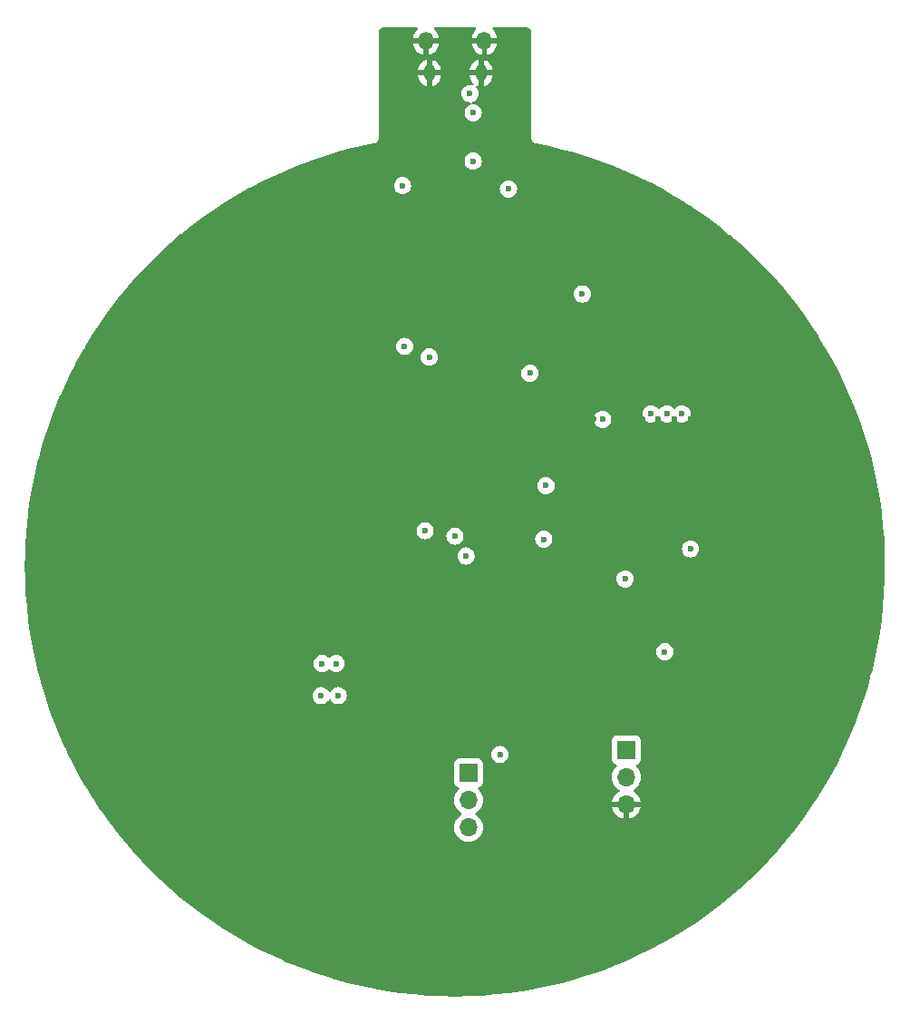
<source format=gbr>
%TF.GenerationSoftware,KiCad,Pcbnew,8.0.6*%
%TF.CreationDate,2024-11-25T23:57:44-05:00*%
%TF.ProjectId,Christmas Ornament 2024,43687269-7374-46d6-9173-204f726e616d,rev?*%
%TF.SameCoordinates,Original*%
%TF.FileFunction,Copper,L2,Inr*%
%TF.FilePolarity,Positive*%
%FSLAX46Y46*%
G04 Gerber Fmt 4.6, Leading zero omitted, Abs format (unit mm)*
G04 Created by KiCad (PCBNEW 8.0.6) date 2024-11-25 23:57:44*
%MOMM*%
%LPD*%
G01*
G04 APERTURE LIST*
%TA.AperFunction,ComponentPad*%
%ADD10R,1.700000X1.700000*%
%TD*%
%TA.AperFunction,ComponentPad*%
%ADD11O,1.700000X1.700000*%
%TD*%
%TA.AperFunction,ComponentPad*%
%ADD12O,1.350000X1.700000*%
%TD*%
%TA.AperFunction,ComponentPad*%
%ADD13O,1.100000X1.500000*%
%TD*%
%TA.AperFunction,ViaPad*%
%ADD14C,0.600000*%
%TD*%
G04 APERTURE END LIST*
D10*
%TO.N,+5C*%
%TO.C,J4*%
X128270000Y-120904000D03*
D11*
%TO.N,+5ish*%
X128270000Y-123444000D03*
%TO.N,+5V*%
X128270000Y-125984000D03*
%TD*%
D10*
%TO.N,+BATT*%
%TO.C,J5*%
X143020000Y-118760000D03*
D11*
%TO.N,unconnected-(J5-Pin_2-Pad2)*%
X143020000Y-121300000D03*
%TO.N,GND*%
X143020000Y-123840000D03*
%TD*%
D12*
%TO.N,GND*%
%TO.C,J1*%
X129755000Y-52560000D03*
D13*
X129444999Y-55559999D03*
X124605000Y-55560000D03*
D12*
X124295000Y-52560000D03*
%TD*%
D14*
%TO.N,+3V3*%
X114500000Y-113700000D03*
X134000000Y-83600000D03*
X116100000Y-113700000D03*
X146600000Y-109600000D03*
X122300000Y-81100000D03*
X124206000Y-98298000D03*
X140800000Y-87900000D03*
X146800000Y-87400000D03*
X138900000Y-76200000D03*
X128700000Y-59300000D03*
X114600000Y-110700000D03*
X148200000Y-87400000D03*
X145300000Y-87400000D03*
X115900000Y-110700000D03*
X128700000Y-63800000D03*
X128036549Y-100663451D03*
X149000000Y-100000000D03*
X135500000Y-94100000D03*
X135300000Y-99100000D03*
%TO.N,GND*%
X124300000Y-67100000D03*
X116300000Y-134500000D03*
X140562500Y-97667500D03*
X136000000Y-108200000D03*
X143000000Y-132000000D03*
X149000000Y-87900000D03*
X92100000Y-104200000D03*
X129000000Y-99025000D03*
X129700000Y-134800000D03*
X132300000Y-94600000D03*
X130700000Y-103500000D03*
X150200000Y-98982500D03*
X129186403Y-97825000D03*
X143300000Y-80500000D03*
X124300000Y-102800000D03*
X104600000Y-128100000D03*
X138500000Y-87900000D03*
X120396000Y-115062000D03*
X132000000Y-99100000D03*
X139562500Y-98700000D03*
X95600000Y-117500000D03*
X140000000Y-87900000D03*
X135100000Y-85700000D03*
X125200000Y-100300000D03*
X136000000Y-79500000D03*
X125300000Y-59300000D03*
X151300000Y-95500000D03*
X147500000Y-87900000D03*
X144500000Y-108100000D03*
X139300000Y-102600000D03*
X104000000Y-130800000D03*
X146000000Y-108100000D03*
X159400000Y-112200000D03*
X111900000Y-71200000D03*
X125300000Y-63900000D03*
X149500000Y-75000000D03*
X144500000Y-87900000D03*
X137600000Y-67800000D03*
X93500000Y-90700000D03*
X123200000Y-98300000D03*
X122200000Y-91800000D03*
X100500000Y-79200000D03*
X161100000Y-98600000D03*
X157300000Y-85700000D03*
X146000000Y-87900000D03*
X153500000Y-124000000D03*
X110236000Y-115062000D03*
X113030000Y-116332000D03*
X137000000Y-87900000D03*
X126700000Y-88800000D03*
X145900000Y-134900000D03*
X148450000Y-116550000D03*
%TO.N,+BATT*%
X131200000Y-119200000D03*
%TO.N,+5V*%
X128400000Y-57500000D03*
%TO.N,Net-(JP1-B)*%
X127000000Y-98806000D03*
%TO.N,QSPI SS*%
X122100000Y-66100000D03*
X124600000Y-82100000D03*
%TO.N,Net-(SW1-A)*%
X142900000Y-102800000D03*
X132000000Y-66400000D03*
%TD*%
%TA.AperFunction,Conductor*%
%TO.N,GND*%
G36*
X123485476Y-51320185D02*
G01*
X123531231Y-51372989D01*
X123541175Y-51442147D01*
X123512150Y-51505703D01*
X123506118Y-51512181D01*
X123398758Y-51619540D01*
X123398754Y-51619545D01*
X123290052Y-51769162D01*
X123206084Y-51933956D01*
X123206083Y-51933959D01*
X123148933Y-52109852D01*
X123120000Y-52292526D01*
X123120000Y-52310000D01*
X123945000Y-52310000D01*
X123945000Y-52810000D01*
X123120000Y-52810000D01*
X123120000Y-52827473D01*
X123148933Y-53010147D01*
X123206083Y-53186040D01*
X123206084Y-53186043D01*
X123290052Y-53350837D01*
X123398754Y-53500454D01*
X123398758Y-53500459D01*
X123529540Y-53631241D01*
X123529545Y-53631245D01*
X123679162Y-53739947D01*
X123843956Y-53823915D01*
X123843959Y-53823916D01*
X124019845Y-53881064D01*
X124019858Y-53881067D01*
X124045000Y-53885049D01*
X124045000Y-53054975D01*
X124080095Y-53090070D01*
X124159905Y-53136148D01*
X124248922Y-53160000D01*
X124341078Y-53160000D01*
X124430095Y-53136148D01*
X124509905Y-53090070D01*
X124545000Y-53054975D01*
X124545000Y-53885048D01*
X124570141Y-53881067D01*
X124570154Y-53881064D01*
X124746040Y-53823916D01*
X124746043Y-53823915D01*
X124910837Y-53739947D01*
X125060454Y-53631245D01*
X125060459Y-53631241D01*
X125191241Y-53500459D01*
X125191245Y-53500454D01*
X125299947Y-53350837D01*
X125383915Y-53186043D01*
X125383916Y-53186040D01*
X125441066Y-53010147D01*
X125470000Y-52827473D01*
X125470000Y-52810000D01*
X124645000Y-52810000D01*
X124645000Y-52310000D01*
X125470000Y-52310000D01*
X125470000Y-52292526D01*
X125441066Y-52109852D01*
X125383916Y-51933959D01*
X125383915Y-51933956D01*
X125299947Y-51769162D01*
X125191245Y-51619545D01*
X125191241Y-51619540D01*
X125083882Y-51512181D01*
X125050397Y-51450858D01*
X125055381Y-51381166D01*
X125097253Y-51325233D01*
X125162717Y-51300816D01*
X125171563Y-51300500D01*
X128878437Y-51300500D01*
X128945476Y-51320185D01*
X128991231Y-51372989D01*
X129001175Y-51442147D01*
X128972150Y-51505703D01*
X128966118Y-51512181D01*
X128858758Y-51619540D01*
X128858754Y-51619545D01*
X128750052Y-51769162D01*
X128666084Y-51933956D01*
X128666083Y-51933959D01*
X128608933Y-52109852D01*
X128580000Y-52292526D01*
X128580000Y-52310000D01*
X129405000Y-52310000D01*
X129405000Y-52810000D01*
X128580000Y-52810000D01*
X128580000Y-52827473D01*
X128608933Y-53010147D01*
X128666083Y-53186040D01*
X128666084Y-53186043D01*
X128750052Y-53350837D01*
X128858754Y-53500454D01*
X128858758Y-53500459D01*
X128989540Y-53631241D01*
X128989545Y-53631245D01*
X129139162Y-53739947D01*
X129303956Y-53823915D01*
X129303959Y-53823916D01*
X129479845Y-53881064D01*
X129479858Y-53881067D01*
X129505000Y-53885049D01*
X129505000Y-53054975D01*
X129540095Y-53090070D01*
X129619905Y-53136148D01*
X129708922Y-53160000D01*
X129801078Y-53160000D01*
X129890095Y-53136148D01*
X129969905Y-53090070D01*
X130005000Y-53054975D01*
X130005000Y-53885048D01*
X130030141Y-53881067D01*
X130030154Y-53881064D01*
X130206040Y-53823916D01*
X130206043Y-53823915D01*
X130370837Y-53739947D01*
X130520454Y-53631245D01*
X130520459Y-53631241D01*
X130651241Y-53500459D01*
X130651245Y-53500454D01*
X130759947Y-53350837D01*
X130843915Y-53186043D01*
X130843916Y-53186040D01*
X130901066Y-53010147D01*
X130930000Y-52827473D01*
X130930000Y-52810000D01*
X130105000Y-52810000D01*
X130105000Y-52310000D01*
X130930000Y-52310000D01*
X130930000Y-52292526D01*
X130901066Y-52109852D01*
X130843916Y-51933959D01*
X130843915Y-51933956D01*
X130759947Y-51769162D01*
X130651245Y-51619545D01*
X130651241Y-51619540D01*
X130543882Y-51512181D01*
X130510397Y-51450858D01*
X130515381Y-51381166D01*
X130557253Y-51325233D01*
X130622717Y-51300816D01*
X130631563Y-51300500D01*
X133555401Y-51300500D01*
X133555405Y-51300501D01*
X133614337Y-51300500D01*
X133628207Y-51301277D01*
X133718486Y-51311440D01*
X133745534Y-51317608D01*
X133824680Y-51345278D01*
X133849678Y-51357305D01*
X133920690Y-51401878D01*
X133942391Y-51419165D01*
X134001718Y-51478416D01*
X134019031Y-51500093D01*
X134063694Y-51571041D01*
X134075756Y-51596028D01*
X134103528Y-51675138D01*
X134109731Y-51702178D01*
X134120005Y-51792382D01*
X134120802Y-51806254D01*
X134133470Y-61589591D01*
X134131269Y-61613009D01*
X134130075Y-61619260D01*
X134130074Y-61619266D01*
X134133246Y-61662656D01*
X134133576Y-61671528D01*
X134133634Y-61715023D01*
X134135286Y-61721157D01*
X134139221Y-61744355D01*
X134139684Y-61750692D01*
X134139685Y-61750696D01*
X134153979Y-61791784D01*
X134156597Y-61800279D01*
X134167906Y-61842270D01*
X134167908Y-61842275D01*
X134171095Y-61847779D01*
X134180897Y-61869161D01*
X134182986Y-61875165D01*
X134207422Y-61911148D01*
X134212146Y-61918671D01*
X134233943Y-61956311D01*
X134233944Y-61956312D01*
X134233946Y-61956315D01*
X134238445Y-61960802D01*
X134253451Y-61978924D01*
X134257024Y-61984185D01*
X134257025Y-61984186D01*
X134289955Y-62012628D01*
X134296469Y-62018676D01*
X134327253Y-62049380D01*
X134332762Y-62052551D01*
X134351944Y-62066168D01*
X134356760Y-62070328D01*
X134395927Y-62089277D01*
X134403748Y-62093413D01*
X134441466Y-62115125D01*
X134447607Y-62116762D01*
X134469664Y-62124952D01*
X134475389Y-62127722D01*
X134489988Y-62130511D01*
X134518118Y-62135887D01*
X134526777Y-62137865D01*
X134568804Y-62149068D01*
X134570495Y-62149065D01*
X134595840Y-62151648D01*
X135773913Y-62395997D01*
X135777679Y-62396841D01*
X137000974Y-62690927D01*
X137004667Y-62691876D01*
X138218153Y-63024251D01*
X138221812Y-63025315D01*
X139424257Y-63395639D01*
X139427863Y-63396811D01*
X140618063Y-63804713D01*
X140621688Y-63806019D01*
X141798496Y-64251106D01*
X141802047Y-64252513D01*
X142577509Y-64573994D01*
X142964252Y-64734325D01*
X142967827Y-64735873D01*
X144114321Y-65253950D01*
X144117845Y-65255610D01*
X145234391Y-65803014D01*
X145247462Y-65809422D01*
X145250926Y-65811188D01*
X146362651Y-66400239D01*
X146366030Y-66402099D01*
X147446078Y-67018571D01*
X147458680Y-67025764D01*
X147462021Y-67027741D01*
X147571755Y-67095031D01*
X148534531Y-67685413D01*
X148537819Y-67687501D01*
X149027750Y-68009530D01*
X149589162Y-68378544D01*
X149592326Y-68380696D01*
X149844572Y-68558087D01*
X150621464Y-69104435D01*
X150624615Y-69106726D01*
X151630464Y-69862396D01*
X151633541Y-69864784D01*
X152615170Y-70651682D01*
X152618171Y-70654166D01*
X153574604Y-71471513D01*
X153577525Y-71474090D01*
X154507793Y-72321056D01*
X154510632Y-72323723D01*
X155413868Y-73199519D01*
X155416621Y-73202274D01*
X156291873Y-74105975D01*
X156294539Y-74108815D01*
X157131351Y-75028980D01*
X157141006Y-75039596D01*
X157143576Y-75042513D01*
X157702873Y-75697738D01*
X157960372Y-75999401D01*
X157962849Y-76002397D01*
X158121071Y-76200003D01*
X158749180Y-76984460D01*
X158751567Y-76987538D01*
X159506696Y-77993857D01*
X159508984Y-77997009D01*
X160232099Y-79026502D01*
X160234288Y-79029725D01*
X160924721Y-80081437D01*
X160926796Y-80084708D01*
X161067607Y-80314632D01*
X161583862Y-81157600D01*
X161585844Y-81160953D01*
X162208879Y-82253940D01*
X162210755Y-82257354D01*
X162799164Y-83369391D01*
X162800931Y-83372862D01*
X163348705Y-84491769D01*
X163354102Y-84502792D01*
X163355760Y-84506317D01*
X163873185Y-85653105D01*
X163874731Y-85656681D01*
X164355869Y-86819124D01*
X164357302Y-86822746D01*
X164427790Y-87009435D01*
X164758854Y-87886274D01*
X164801700Y-87999752D01*
X164803015Y-88003410D01*
X164828960Y-88079254D01*
X165210217Y-89193769D01*
X165211420Y-89197474D01*
X165581035Y-90400050D01*
X165582121Y-90403791D01*
X165913790Y-91617406D01*
X165914757Y-91621179D01*
X166208130Y-92844561D01*
X166208979Y-92848363D01*
X166463788Y-94080382D01*
X166464517Y-94084208D01*
X166680505Y-95323637D01*
X166681113Y-95327485D01*
X166858058Y-96573040D01*
X166858546Y-96576904D01*
X166996290Y-97827476D01*
X166996655Y-97831354D01*
X167095046Y-99085563D01*
X167095290Y-99089451D01*
X167154242Y-100346185D01*
X167154363Y-100350078D01*
X167173811Y-101608010D01*
X167173810Y-101611905D01*
X167153738Y-102869827D01*
X167153615Y-102873721D01*
X167094041Y-104130429D01*
X167093795Y-104134316D01*
X166994782Y-105388474D01*
X166994415Y-105392352D01*
X166856054Y-106642828D01*
X166855565Y-106646692D01*
X166677995Y-107892212D01*
X166677384Y-107896060D01*
X166460791Y-109135323D01*
X166460061Y-109139149D01*
X166204634Y-110371079D01*
X166203783Y-110374880D01*
X165909796Y-111598147D01*
X165908826Y-111601919D01*
X165576575Y-112815304D01*
X165575488Y-112819045D01*
X165205264Y-114021474D01*
X165204059Y-114025178D01*
X164796273Y-115215318D01*
X164794953Y-115218983D01*
X164349967Y-116395778D01*
X164348532Y-116399399D01*
X163866819Y-117561605D01*
X163865271Y-117565180D01*
X163347288Y-118711685D01*
X163345629Y-118715209D01*
X162791885Y-119844891D01*
X162790116Y-119848361D01*
X162201170Y-120960081D01*
X162199293Y-120963494D01*
X161575702Y-122056196D01*
X161573718Y-122059548D01*
X160916141Y-123132081D01*
X160914053Y-123135370D01*
X160223095Y-124186746D01*
X160220905Y-124189967D01*
X159497274Y-125219109D01*
X159494984Y-125222260D01*
X158739371Y-126228184D01*
X158736983Y-126231261D01*
X157950155Y-127212946D01*
X157947671Y-127215947D01*
X157130392Y-128172440D01*
X157127815Y-128175361D01*
X156280917Y-129105691D01*
X156278250Y-129108530D01*
X155402536Y-130011812D01*
X155399781Y-130014566D01*
X154496127Y-130889898D01*
X154493287Y-130892564D01*
X153562581Y-131739084D01*
X153559659Y-131741659D01*
X152602819Y-132558534D01*
X152599817Y-132561016D01*
X151617818Y-133347411D01*
X151614740Y-133349798D01*
X150608496Y-134104984D01*
X150605344Y-134107273D01*
X149575896Y-134830468D01*
X149572674Y-134832657D01*
X148520997Y-135523175D01*
X148517708Y-135525261D01*
X147444891Y-136182388D01*
X147441537Y-136184371D01*
X146348575Y-136807496D01*
X146345162Y-136809371D01*
X145233204Y-137397841D01*
X145229733Y-137399609D01*
X144099817Y-137952874D01*
X144096292Y-137954532D01*
X142949541Y-138472040D01*
X142945965Y-138473586D01*
X141783566Y-138954803D01*
X141779945Y-138956236D01*
X140602979Y-139400716D01*
X140599313Y-139402035D01*
X139408981Y-139809322D01*
X139405277Y-139810525D01*
X138202719Y-140180231D01*
X138198978Y-140181317D01*
X136985416Y-140513065D01*
X136981643Y-140514033D01*
X135758253Y-140807501D01*
X135754451Y-140808350D01*
X134522450Y-141063248D01*
X134518624Y-141063977D01*
X133279237Y-141280050D01*
X133275389Y-141280659D01*
X132029825Y-141457697D01*
X132025961Y-141458185D01*
X130775394Y-141596020D01*
X130771516Y-141596385D01*
X129517314Y-141694866D01*
X129513426Y-141695110D01*
X128256728Y-141754151D01*
X128252835Y-141754273D01*
X126994872Y-141773811D01*
X126990977Y-141773810D01*
X125733055Y-141753829D01*
X125729161Y-141753706D01*
X124472480Y-141694224D01*
X124468593Y-141693979D01*
X123214396Y-141595054D01*
X123210518Y-141594687D01*
X121960037Y-141456416D01*
X121956173Y-141455927D01*
X120710662Y-141278450D01*
X120706814Y-141277840D01*
X119467477Y-141061327D01*
X119463651Y-141060596D01*
X118244713Y-140807955D01*
X118231757Y-140805269D01*
X118227962Y-140804421D01*
X117004683Y-140510523D01*
X117000910Y-140509554D01*
X115801845Y-140181317D01*
X115787414Y-140177366D01*
X115783699Y-140176286D01*
X115379267Y-140051794D01*
X114581307Y-139806168D01*
X114577602Y-139804964D01*
X113537064Y-139448521D01*
X113387380Y-139397246D01*
X113383720Y-139395928D01*
X112206940Y-138951045D01*
X112203318Y-138949611D01*
X111041029Y-138467960D01*
X111037455Y-138466412D01*
X109890936Y-137948523D01*
X109887411Y-137946864D01*
X108757677Y-137393196D01*
X108754207Y-137391427D01*
X107642445Y-136802561D01*
X107639032Y-136800684D01*
X106546323Y-136177194D01*
X106542970Y-136175211D01*
X105481042Y-135524240D01*
X105470327Y-135517671D01*
X105467049Y-135515590D01*
X105364229Y-135448028D01*
X104415653Y-134824727D01*
X104412431Y-134822537D01*
X103383222Y-134098970D01*
X103380071Y-134096680D01*
X102374092Y-133341140D01*
X102371015Y-133338752D01*
X101389293Y-132552010D01*
X101386292Y-132549527D01*
X100429738Y-131732315D01*
X100426816Y-131729738D01*
X99496427Y-130882908D01*
X99493588Y-130880242D01*
X99103203Y-130501827D01*
X98590200Y-130004553D01*
X98587495Y-130001847D01*
X98066094Y-129463653D01*
X97712074Y-129098230D01*
X97709408Y-129095390D01*
X96862820Y-128164745D01*
X96860245Y-128161823D01*
X96043319Y-127205062D01*
X96040836Y-127202060D01*
X95254354Y-126220098D01*
X95251967Y-126217020D01*
X95077059Y-125984000D01*
X94496687Y-125210802D01*
X94494440Y-125207709D01*
X93984897Y-124482498D01*
X93771151Y-124178283D01*
X93768962Y-124175061D01*
X93288881Y-123443999D01*
X126914341Y-123443999D01*
X126914341Y-123444000D01*
X126934936Y-123679403D01*
X126934938Y-123679413D01*
X126996094Y-123907655D01*
X126996096Y-123907659D01*
X126996097Y-123907663D01*
X127054540Y-124032993D01*
X127095965Y-124121830D01*
X127095967Y-124121834D01*
X127231501Y-124315395D01*
X127231506Y-124315402D01*
X127398597Y-124482493D01*
X127398603Y-124482498D01*
X127584158Y-124612425D01*
X127627783Y-124667002D01*
X127634977Y-124736500D01*
X127603454Y-124798855D01*
X127584158Y-124815575D01*
X127398597Y-124945505D01*
X127231505Y-125112597D01*
X127095965Y-125306169D01*
X127095964Y-125306171D01*
X126996098Y-125520335D01*
X126996094Y-125520344D01*
X126934938Y-125748586D01*
X126934936Y-125748596D01*
X126914341Y-125983999D01*
X126914341Y-125984000D01*
X126934936Y-126219403D01*
X126934938Y-126219413D01*
X126996094Y-126447655D01*
X126996096Y-126447659D01*
X126996097Y-126447663D01*
X127086205Y-126640900D01*
X127095965Y-126661830D01*
X127095967Y-126661834D01*
X127204281Y-126816521D01*
X127231505Y-126855401D01*
X127398599Y-127022495D01*
X127495384Y-127090265D01*
X127592165Y-127158032D01*
X127592167Y-127158033D01*
X127592170Y-127158035D01*
X127806337Y-127257903D01*
X128034592Y-127319063D01*
X128222918Y-127335539D01*
X128269999Y-127339659D01*
X128270000Y-127339659D01*
X128270001Y-127339659D01*
X128309234Y-127336226D01*
X128505408Y-127319063D01*
X128733663Y-127257903D01*
X128947830Y-127158035D01*
X129141401Y-127022495D01*
X129308495Y-126855401D01*
X129444035Y-126661830D01*
X129543903Y-126447663D01*
X129605063Y-126219408D01*
X129625659Y-125984000D01*
X129605063Y-125748592D01*
X129543903Y-125520337D01*
X129444035Y-125306171D01*
X129385281Y-125222260D01*
X129308494Y-125112597D01*
X129141402Y-124945506D01*
X129141396Y-124945501D01*
X128955842Y-124815575D01*
X128912217Y-124760998D01*
X128905023Y-124691500D01*
X128936546Y-124629145D01*
X128955842Y-124612425D01*
X129011425Y-124573505D01*
X129141401Y-124482495D01*
X129308495Y-124315401D01*
X129444035Y-124121830D01*
X129543903Y-123907663D01*
X129605063Y-123679408D01*
X129625659Y-123444000D01*
X129605063Y-123208592D01*
X129543903Y-122980337D01*
X129444035Y-122766171D01*
X129378011Y-122671879D01*
X129308496Y-122572600D01*
X129259203Y-122523307D01*
X129186567Y-122450671D01*
X129153084Y-122389351D01*
X129158068Y-122319659D01*
X129199939Y-122263725D01*
X129230915Y-122246810D01*
X129362331Y-122197796D01*
X129477546Y-122111546D01*
X129563796Y-121996331D01*
X129614091Y-121861483D01*
X129620500Y-121801873D01*
X129620500Y-121299999D01*
X141664341Y-121299999D01*
X141664341Y-121300000D01*
X141684936Y-121535403D01*
X141684938Y-121535413D01*
X141746094Y-121763655D01*
X141746096Y-121763659D01*
X141746097Y-121763663D01*
X141845965Y-121977830D01*
X141845967Y-121977834D01*
X141981501Y-122171395D01*
X141981506Y-122171402D01*
X142148597Y-122338493D01*
X142148603Y-122338498D01*
X142334594Y-122468730D01*
X142378219Y-122523307D01*
X142385413Y-122592805D01*
X142353890Y-122655160D01*
X142334595Y-122671880D01*
X142148922Y-122801890D01*
X142148920Y-122801891D01*
X141981891Y-122968920D01*
X141981886Y-122968926D01*
X141846400Y-123162420D01*
X141846399Y-123162422D01*
X141746570Y-123376507D01*
X141746567Y-123376513D01*
X141689364Y-123589999D01*
X141689364Y-123590000D01*
X142586988Y-123590000D01*
X142554075Y-123647007D01*
X142520000Y-123774174D01*
X142520000Y-123905826D01*
X142554075Y-124032993D01*
X142586988Y-124090000D01*
X141689364Y-124090000D01*
X141746567Y-124303486D01*
X141746570Y-124303492D01*
X141846399Y-124517578D01*
X141981894Y-124711082D01*
X142148917Y-124878105D01*
X142342421Y-125013600D01*
X142556507Y-125113429D01*
X142556516Y-125113433D01*
X142770000Y-125170634D01*
X142770000Y-124273012D01*
X142827007Y-124305925D01*
X142954174Y-124340000D01*
X143085826Y-124340000D01*
X143212993Y-124305925D01*
X143270000Y-124273012D01*
X143270000Y-125170633D01*
X143483483Y-125113433D01*
X143483492Y-125113429D01*
X143697578Y-125013600D01*
X143891082Y-124878105D01*
X144058105Y-124711082D01*
X144193600Y-124517578D01*
X144293429Y-124303492D01*
X144293432Y-124303486D01*
X144350636Y-124090000D01*
X143453012Y-124090000D01*
X143485925Y-124032993D01*
X143520000Y-123905826D01*
X143520000Y-123774174D01*
X143485925Y-123647007D01*
X143453012Y-123590000D01*
X144350636Y-123590000D01*
X144350635Y-123589999D01*
X144293432Y-123376513D01*
X144293429Y-123376507D01*
X144193600Y-123162422D01*
X144193599Y-123162420D01*
X144058113Y-122968926D01*
X144058108Y-122968920D01*
X143891078Y-122801890D01*
X143705405Y-122671879D01*
X143661780Y-122617302D01*
X143654588Y-122547804D01*
X143686110Y-122485449D01*
X143705406Y-122468730D01*
X143731194Y-122450673D01*
X143891401Y-122338495D01*
X144058495Y-122171401D01*
X144194035Y-121977830D01*
X144293903Y-121763663D01*
X144355063Y-121535408D01*
X144375659Y-121300000D01*
X144373789Y-121278632D01*
X144355063Y-121064596D01*
X144355063Y-121064592D01*
X144293903Y-120836337D01*
X144194035Y-120622171D01*
X144058495Y-120428599D01*
X143936567Y-120306671D01*
X143903084Y-120245351D01*
X143908068Y-120175659D01*
X143949939Y-120119725D01*
X143980915Y-120102810D01*
X144112331Y-120053796D01*
X144227546Y-119967546D01*
X144313796Y-119852331D01*
X144364091Y-119717483D01*
X144370500Y-119657873D01*
X144370499Y-117862128D01*
X144364091Y-117802517D01*
X144313796Y-117667669D01*
X144313795Y-117667668D01*
X144313793Y-117667664D01*
X144227547Y-117552455D01*
X144227544Y-117552452D01*
X144112335Y-117466206D01*
X144112328Y-117466202D01*
X143977482Y-117415908D01*
X143977483Y-117415908D01*
X143917883Y-117409501D01*
X143917881Y-117409500D01*
X143917873Y-117409500D01*
X143917864Y-117409500D01*
X142122129Y-117409500D01*
X142122123Y-117409501D01*
X142062516Y-117415908D01*
X141927671Y-117466202D01*
X141927664Y-117466206D01*
X141812455Y-117552452D01*
X141812452Y-117552455D01*
X141726206Y-117667664D01*
X141726202Y-117667671D01*
X141675908Y-117802517D01*
X141673515Y-117824780D01*
X141669501Y-117862123D01*
X141669500Y-117862135D01*
X141669500Y-119657870D01*
X141669501Y-119657876D01*
X141675908Y-119717483D01*
X141726202Y-119852328D01*
X141726206Y-119852335D01*
X141812452Y-119967544D01*
X141812455Y-119967547D01*
X141927664Y-120053793D01*
X141927671Y-120053797D01*
X142059081Y-120102810D01*
X142115015Y-120144681D01*
X142139432Y-120210145D01*
X142124580Y-120278418D01*
X142103430Y-120306673D01*
X141981503Y-120428600D01*
X141845965Y-120622169D01*
X141845964Y-120622171D01*
X141746098Y-120836335D01*
X141746094Y-120836344D01*
X141684938Y-121064586D01*
X141684936Y-121064596D01*
X141664341Y-121299999D01*
X129620500Y-121299999D01*
X129620499Y-120006128D01*
X129614091Y-119946517D01*
X129578963Y-119852335D01*
X129563797Y-119811671D01*
X129563793Y-119811664D01*
X129477547Y-119696455D01*
X129477544Y-119696452D01*
X129362335Y-119610206D01*
X129362328Y-119610202D01*
X129227482Y-119559908D01*
X129227483Y-119559908D01*
X129167883Y-119553501D01*
X129167881Y-119553500D01*
X129167873Y-119553500D01*
X129167864Y-119553500D01*
X127372129Y-119553500D01*
X127372123Y-119553501D01*
X127312516Y-119559908D01*
X127177671Y-119610202D01*
X127177664Y-119610206D01*
X127062455Y-119696452D01*
X127062452Y-119696455D01*
X126976206Y-119811664D01*
X126976202Y-119811671D01*
X126925908Y-119946517D01*
X126919560Y-120005565D01*
X126919501Y-120006123D01*
X126919500Y-120006135D01*
X126919500Y-121801870D01*
X126919501Y-121801876D01*
X126925908Y-121861483D01*
X126976202Y-121996328D01*
X126976206Y-121996335D01*
X127062452Y-122111544D01*
X127062455Y-122111547D01*
X127177664Y-122197793D01*
X127177671Y-122197797D01*
X127309081Y-122246810D01*
X127365015Y-122288681D01*
X127389432Y-122354145D01*
X127374580Y-122422418D01*
X127353430Y-122450673D01*
X127231503Y-122572600D01*
X127095965Y-122766169D01*
X127095964Y-122766171D01*
X126996098Y-122980335D01*
X126996094Y-122980344D01*
X126934938Y-123208586D01*
X126934936Y-123208596D01*
X126914341Y-123443999D01*
X93288881Y-123443999D01*
X93078383Y-123123456D01*
X93076296Y-123120167D01*
X92426536Y-122059548D01*
X92419070Y-122047362D01*
X92417090Y-122044012D01*
X91793905Y-120951128D01*
X91792029Y-120947715D01*
X91203466Y-119835775D01*
X91201698Y-119832304D01*
X90892031Y-119199996D01*
X130394435Y-119199996D01*
X130394435Y-119200003D01*
X130414630Y-119379249D01*
X130414631Y-119379254D01*
X130474211Y-119549523D01*
X130542294Y-119657876D01*
X130570184Y-119702262D01*
X130697738Y-119829816D01*
X130850478Y-119925789D01*
X130969807Y-119967544D01*
X131020745Y-119985368D01*
X131020750Y-119985369D01*
X131199996Y-120005565D01*
X131200000Y-120005565D01*
X131200004Y-120005565D01*
X131379249Y-119985369D01*
X131379252Y-119985368D01*
X131379255Y-119985368D01*
X131549522Y-119925789D01*
X131702262Y-119829816D01*
X131829816Y-119702262D01*
X131925789Y-119549522D01*
X131985368Y-119379255D01*
X132005565Y-119200000D01*
X131985368Y-119020745D01*
X131925789Y-118850478D01*
X131829816Y-118697738D01*
X131702262Y-118570184D01*
X131549523Y-118474211D01*
X131379254Y-118414631D01*
X131379249Y-118414630D01*
X131200004Y-118394435D01*
X131199996Y-118394435D01*
X131020750Y-118414630D01*
X131020745Y-118414631D01*
X130850476Y-118474211D01*
X130697737Y-118570184D01*
X130570184Y-118697737D01*
X130474211Y-118850476D01*
X130414631Y-119020745D01*
X130414630Y-119020750D01*
X130394435Y-119199996D01*
X90892031Y-119199996D01*
X90648352Y-118702428D01*
X90646694Y-118698903D01*
X90518382Y-118414631D01*
X90129118Y-117552224D01*
X90127573Y-117548652D01*
X89646252Y-116386239D01*
X89644819Y-116382617D01*
X89200262Y-115205703D01*
X89198943Y-115202038D01*
X88791573Y-114011745D01*
X88790369Y-114008040D01*
X88695642Y-113699996D01*
X113694435Y-113699996D01*
X113694435Y-113700003D01*
X113714630Y-113879249D01*
X113714631Y-113879254D01*
X113774211Y-114049523D01*
X113804993Y-114098512D01*
X113870184Y-114202262D01*
X113997738Y-114329816D01*
X114150478Y-114425789D01*
X114320745Y-114485368D01*
X114320750Y-114485369D01*
X114499996Y-114505565D01*
X114500000Y-114505565D01*
X114500004Y-114505565D01*
X114679249Y-114485369D01*
X114679252Y-114485368D01*
X114679255Y-114485368D01*
X114849522Y-114425789D01*
X115002262Y-114329816D01*
X115129816Y-114202262D01*
X115195007Y-114098510D01*
X115247341Y-114052221D01*
X115316394Y-114041573D01*
X115380243Y-114069948D01*
X115404992Y-114098509D01*
X115470184Y-114202262D01*
X115597738Y-114329816D01*
X115750478Y-114425789D01*
X115920745Y-114485368D01*
X115920750Y-114485369D01*
X116099996Y-114505565D01*
X116100000Y-114505565D01*
X116100004Y-114505565D01*
X116279249Y-114485369D01*
X116279252Y-114485368D01*
X116279255Y-114485368D01*
X116449522Y-114425789D01*
X116602262Y-114329816D01*
X116729816Y-114202262D01*
X116825789Y-114049522D01*
X116885368Y-113879255D01*
X116905565Y-113700000D01*
X116885368Y-113520745D01*
X116825789Y-113350478D01*
X116824092Y-113347778D01*
X116729815Y-113197737D01*
X116602262Y-113070184D01*
X116449523Y-112974211D01*
X116279254Y-112914631D01*
X116279249Y-112914630D01*
X116100004Y-112894435D01*
X116099996Y-112894435D01*
X115920750Y-112914630D01*
X115920745Y-112914631D01*
X115750476Y-112974211D01*
X115597737Y-113070184D01*
X115470184Y-113197737D01*
X115404994Y-113301487D01*
X115352659Y-113347778D01*
X115283605Y-113358426D01*
X115219757Y-113330051D01*
X115195006Y-113301487D01*
X115129815Y-113197737D01*
X115002262Y-113070184D01*
X114849523Y-112974211D01*
X114679254Y-112914631D01*
X114679249Y-112914630D01*
X114500004Y-112894435D01*
X114499996Y-112894435D01*
X114320750Y-112914630D01*
X114320745Y-112914631D01*
X114150476Y-112974211D01*
X113997737Y-113070184D01*
X113870184Y-113197737D01*
X113774211Y-113350476D01*
X113714631Y-113520745D01*
X113714630Y-113520750D01*
X113694435Y-113699996D01*
X88695642Y-113699996D01*
X88420571Y-112805490D01*
X88419485Y-112801749D01*
X88137479Y-111770442D01*
X88087643Y-111588190D01*
X88086681Y-111584438D01*
X87994975Y-111202262D01*
X87874453Y-110699996D01*
X113794435Y-110699996D01*
X113794435Y-110700003D01*
X113814630Y-110879249D01*
X113814631Y-110879254D01*
X113874211Y-111049523D01*
X113950000Y-111170139D01*
X113970184Y-111202262D01*
X114097738Y-111329816D01*
X114250478Y-111425789D01*
X114420745Y-111485368D01*
X114420750Y-111485369D01*
X114599996Y-111505565D01*
X114600000Y-111505565D01*
X114600004Y-111505565D01*
X114779249Y-111485369D01*
X114779252Y-111485368D01*
X114779255Y-111485368D01*
X114949522Y-111425789D01*
X115102262Y-111329816D01*
X115162319Y-111269759D01*
X115223642Y-111236274D01*
X115293334Y-111241258D01*
X115337681Y-111269759D01*
X115397738Y-111329816D01*
X115550478Y-111425789D01*
X115720745Y-111485368D01*
X115720750Y-111485369D01*
X115899996Y-111505565D01*
X115900000Y-111505565D01*
X115900004Y-111505565D01*
X116079249Y-111485369D01*
X116079252Y-111485368D01*
X116079255Y-111485368D01*
X116249522Y-111425789D01*
X116402262Y-111329816D01*
X116529816Y-111202262D01*
X116625789Y-111049522D01*
X116685368Y-110879255D01*
X116705565Y-110700000D01*
X116687480Y-110539493D01*
X116685369Y-110520750D01*
X116685368Y-110520745D01*
X116637998Y-110385369D01*
X116625789Y-110350478D01*
X116529816Y-110197738D01*
X116402262Y-110070184D01*
X116249523Y-109974211D01*
X116079254Y-109914631D01*
X116079249Y-109914630D01*
X115900004Y-109894435D01*
X115899996Y-109894435D01*
X115720750Y-109914630D01*
X115720745Y-109914631D01*
X115550476Y-109974211D01*
X115397737Y-110070184D01*
X115337681Y-110130241D01*
X115276358Y-110163726D01*
X115206666Y-110158742D01*
X115162319Y-110130241D01*
X115102262Y-110070184D01*
X114949523Y-109974211D01*
X114779254Y-109914631D01*
X114779249Y-109914630D01*
X114600004Y-109894435D01*
X114599996Y-109894435D01*
X114420750Y-109914630D01*
X114420745Y-109914631D01*
X114250476Y-109974211D01*
X114097737Y-110070184D01*
X113970184Y-110197737D01*
X113874211Y-110350476D01*
X113814631Y-110520745D01*
X113814630Y-110520750D01*
X113794435Y-110699996D01*
X87874453Y-110699996D01*
X87793126Y-110361072D01*
X87792278Y-110357274D01*
X87790871Y-110350476D01*
X87635542Y-109599996D01*
X145794435Y-109599996D01*
X145794435Y-109600003D01*
X145814630Y-109779249D01*
X145814631Y-109779254D01*
X145874211Y-109949523D01*
X145889724Y-109974211D01*
X145970184Y-110102262D01*
X146097738Y-110229816D01*
X146250478Y-110325789D01*
X146385325Y-110372974D01*
X146420745Y-110385368D01*
X146420750Y-110385369D01*
X146599996Y-110405565D01*
X146600000Y-110405565D01*
X146600004Y-110405565D01*
X146779249Y-110385369D01*
X146779252Y-110385368D01*
X146779255Y-110385368D01*
X146949522Y-110325789D01*
X147102262Y-110229816D01*
X147229816Y-110102262D01*
X147325789Y-109949522D01*
X147385368Y-109779255D01*
X147405565Y-109600000D01*
X147385368Y-109420745D01*
X147325789Y-109250478D01*
X147229816Y-109097738D01*
X147102262Y-108970184D01*
X146949523Y-108874211D01*
X146779254Y-108814631D01*
X146779249Y-108814630D01*
X146600004Y-108794435D01*
X146599996Y-108794435D01*
X146420750Y-108814630D01*
X146420745Y-108814631D01*
X146250476Y-108874211D01*
X146097737Y-108970184D01*
X145970184Y-109097737D01*
X145874211Y-109250476D01*
X145814631Y-109420745D01*
X145814630Y-109420750D01*
X145794435Y-109599996D01*
X87635542Y-109599996D01*
X87537291Y-109125288D01*
X87536566Y-109121489D01*
X87532424Y-109097738D01*
X87320392Y-107882054D01*
X87319794Y-107878272D01*
X87142657Y-106632659D01*
X87142173Y-106628824D01*
X87014468Y-105470931D01*
X87004245Y-105378237D01*
X87003890Y-105374483D01*
X86905311Y-104120189D01*
X86905068Y-104116306D01*
X86845935Y-102859573D01*
X86845816Y-102855759D01*
X86844946Y-102799996D01*
X142094435Y-102799996D01*
X142094435Y-102800003D01*
X142114630Y-102979249D01*
X142114631Y-102979254D01*
X142174211Y-103149523D01*
X142270184Y-103302262D01*
X142397738Y-103429816D01*
X142550478Y-103525789D01*
X142720745Y-103585368D01*
X142720750Y-103585369D01*
X142899996Y-103605565D01*
X142900000Y-103605565D01*
X142900004Y-103605565D01*
X143079249Y-103585369D01*
X143079252Y-103585368D01*
X143079255Y-103585368D01*
X143249522Y-103525789D01*
X143402262Y-103429816D01*
X143529816Y-103302262D01*
X143625789Y-103149522D01*
X143685368Y-102979255D01*
X143690822Y-102930853D01*
X143705565Y-102800003D01*
X143705565Y-102799996D01*
X143685369Y-102620750D01*
X143685368Y-102620745D01*
X143625788Y-102450476D01*
X143529815Y-102297737D01*
X143402262Y-102170184D01*
X143249523Y-102074211D01*
X143079254Y-102014631D01*
X143079249Y-102014630D01*
X142900004Y-101994435D01*
X142899996Y-101994435D01*
X142720750Y-102014630D01*
X142720745Y-102014631D01*
X142550476Y-102074211D01*
X142397737Y-102170184D01*
X142270184Y-102297737D01*
X142174211Y-102450476D01*
X142114631Y-102620745D01*
X142114630Y-102620750D01*
X142094435Y-102799996D01*
X86844946Y-102799996D01*
X86826185Y-101597753D01*
X86826186Y-101593894D01*
X86840899Y-100663447D01*
X127230984Y-100663447D01*
X127230984Y-100663454D01*
X127251179Y-100842700D01*
X127251180Y-100842705D01*
X127310760Y-101012974D01*
X127406733Y-101165713D01*
X127534287Y-101293267D01*
X127687027Y-101389240D01*
X127857294Y-101448819D01*
X127857299Y-101448820D01*
X128036545Y-101469016D01*
X128036549Y-101469016D01*
X128036553Y-101469016D01*
X128215798Y-101448820D01*
X128215801Y-101448819D01*
X128215804Y-101448819D01*
X128386071Y-101389240D01*
X128538811Y-101293267D01*
X128666365Y-101165713D01*
X128762338Y-101012973D01*
X128821917Y-100842706D01*
X128826102Y-100805565D01*
X128842114Y-100663454D01*
X128842114Y-100663447D01*
X128821918Y-100484201D01*
X128821917Y-100484196D01*
X128774793Y-100349523D01*
X128762338Y-100313929D01*
X128666365Y-100161189D01*
X128538811Y-100033635D01*
X128485286Y-100000003D01*
X128485275Y-99999996D01*
X148194435Y-99999996D01*
X148194435Y-100000003D01*
X148214630Y-100179249D01*
X148214631Y-100179254D01*
X148274211Y-100349523D01*
X148370184Y-100502262D01*
X148497738Y-100629816D01*
X148650478Y-100725789D01*
X148820745Y-100785368D01*
X148820750Y-100785369D01*
X148999996Y-100805565D01*
X149000000Y-100805565D01*
X149000004Y-100805565D01*
X149179249Y-100785369D01*
X149179252Y-100785368D01*
X149179255Y-100785368D01*
X149349522Y-100725789D01*
X149502262Y-100629816D01*
X149629816Y-100502262D01*
X149725789Y-100349522D01*
X149785368Y-100179255D01*
X149787404Y-100161188D01*
X149805565Y-100000003D01*
X149805565Y-99999996D01*
X149785369Y-99820750D01*
X149785368Y-99820745D01*
X149725789Y-99650478D01*
X149629816Y-99497738D01*
X149502262Y-99370184D01*
X149403714Y-99308262D01*
X149349523Y-99274211D01*
X149179254Y-99214631D01*
X149179249Y-99214630D01*
X149000004Y-99194435D01*
X148999996Y-99194435D01*
X148820750Y-99214630D01*
X148820745Y-99214631D01*
X148650476Y-99274211D01*
X148497737Y-99370184D01*
X148370184Y-99497737D01*
X148274211Y-99650476D01*
X148214631Y-99820745D01*
X148214630Y-99820750D01*
X148194435Y-99999996D01*
X128485275Y-99999996D01*
X128386072Y-99937662D01*
X128215803Y-99878082D01*
X128215798Y-99878081D01*
X128036553Y-99857886D01*
X128036545Y-99857886D01*
X127857299Y-99878081D01*
X127857294Y-99878082D01*
X127687025Y-99937662D01*
X127534286Y-100033635D01*
X127406733Y-100161188D01*
X127310760Y-100313927D01*
X127251180Y-100484196D01*
X127251179Y-100484201D01*
X127230984Y-100663447D01*
X86840899Y-100663447D01*
X86846078Y-100335938D01*
X86846200Y-100332045D01*
X86847057Y-100313929D01*
X86905592Y-99075349D01*
X86905837Y-99071473D01*
X86917158Y-98927816D01*
X86966788Y-98297996D01*
X123400435Y-98297996D01*
X123400435Y-98298003D01*
X123420630Y-98477249D01*
X123420631Y-98477254D01*
X123480211Y-98647523D01*
X123576184Y-98800262D01*
X123703738Y-98927816D01*
X123856478Y-99023789D01*
X124011704Y-99078105D01*
X124026745Y-99083368D01*
X124026750Y-99083369D01*
X124205996Y-99103565D01*
X124206000Y-99103565D01*
X124206004Y-99103565D01*
X124385249Y-99083369D01*
X124385252Y-99083368D01*
X124385255Y-99083368D01*
X124555522Y-99023789D01*
X124708262Y-98927816D01*
X124830082Y-98805996D01*
X126194435Y-98805996D01*
X126194435Y-98806003D01*
X126214630Y-98985249D01*
X126214631Y-98985254D01*
X126274211Y-99155523D01*
X126311352Y-99214632D01*
X126370184Y-99308262D01*
X126497738Y-99435816D01*
X126650478Y-99531789D01*
X126820745Y-99591368D01*
X126820750Y-99591369D01*
X126999996Y-99611565D01*
X127000000Y-99611565D01*
X127000004Y-99611565D01*
X127179249Y-99591369D01*
X127179252Y-99591368D01*
X127179255Y-99591368D01*
X127349522Y-99531789D01*
X127502262Y-99435816D01*
X127629816Y-99308262D01*
X127725789Y-99155522D01*
X127745218Y-99099996D01*
X134494435Y-99099996D01*
X134494435Y-99100003D01*
X134514630Y-99279249D01*
X134514631Y-99279254D01*
X134574211Y-99449523D01*
X134604507Y-99497738D01*
X134670184Y-99602262D01*
X134797738Y-99729816D01*
X134888080Y-99786582D01*
X134942450Y-99820745D01*
X134950478Y-99825789D01*
X135042206Y-99857886D01*
X135120745Y-99885368D01*
X135120750Y-99885369D01*
X135299996Y-99905565D01*
X135300000Y-99905565D01*
X135300004Y-99905565D01*
X135479249Y-99885369D01*
X135479252Y-99885368D01*
X135479255Y-99885368D01*
X135649522Y-99825789D01*
X135802262Y-99729816D01*
X135929816Y-99602262D01*
X136025789Y-99449522D01*
X136085368Y-99279255D01*
X136085369Y-99279249D01*
X136105565Y-99100003D01*
X136105565Y-99099996D01*
X136085369Y-98920750D01*
X136085368Y-98920745D01*
X136045217Y-98806000D01*
X136025789Y-98750478D01*
X135929816Y-98597738D01*
X135802262Y-98470184D01*
X135780446Y-98456476D01*
X135649523Y-98374211D01*
X135479254Y-98314631D01*
X135479249Y-98314630D01*
X135300004Y-98294435D01*
X135299996Y-98294435D01*
X135120750Y-98314630D01*
X135120745Y-98314631D01*
X134950476Y-98374211D01*
X134797737Y-98470184D01*
X134670184Y-98597737D01*
X134574211Y-98750476D01*
X134514631Y-98920745D01*
X134514630Y-98920750D01*
X134494435Y-99099996D01*
X127745218Y-99099996D01*
X127785368Y-98985255D01*
X127792636Y-98920750D01*
X127805565Y-98806003D01*
X127805565Y-98805996D01*
X127785369Y-98626750D01*
X127785368Y-98626745D01*
X127725788Y-98456476D01*
X127636661Y-98314632D01*
X127629816Y-98303738D01*
X127502262Y-98176184D01*
X127349523Y-98080211D01*
X127179254Y-98020631D01*
X127179249Y-98020630D01*
X127000004Y-98000435D01*
X126999996Y-98000435D01*
X126820750Y-98020630D01*
X126820745Y-98020631D01*
X126650476Y-98080211D01*
X126497737Y-98176184D01*
X126370184Y-98303737D01*
X126274211Y-98456476D01*
X126214631Y-98626745D01*
X126214630Y-98626750D01*
X126194435Y-98805996D01*
X124830082Y-98805996D01*
X124835816Y-98800262D01*
X124931789Y-98647522D01*
X124991368Y-98477255D01*
X124993709Y-98456478D01*
X125011565Y-98298003D01*
X125011565Y-98297996D01*
X124991369Y-98118750D01*
X124991368Y-98118745D01*
X124957036Y-98020630D01*
X124931789Y-97948478D01*
X124835816Y-97795738D01*
X124708262Y-97668184D01*
X124555523Y-97572211D01*
X124385254Y-97512631D01*
X124385249Y-97512630D01*
X124206004Y-97492435D01*
X124205996Y-97492435D01*
X124026750Y-97512630D01*
X124026745Y-97512631D01*
X123856476Y-97572211D01*
X123703737Y-97668184D01*
X123576184Y-97795737D01*
X123480211Y-97948476D01*
X123420631Y-98118745D01*
X123420630Y-98118750D01*
X123400435Y-98297996D01*
X86966788Y-98297996D01*
X87004671Y-97817260D01*
X87005038Y-97813390D01*
X87006989Y-97795737D01*
X87143220Y-96562882D01*
X87143707Y-96559035D01*
X87147931Y-96529376D01*
X87321095Y-95313515D01*
X87321700Y-95309695D01*
X87330074Y-95261745D01*
X87532945Y-94099996D01*
X134694435Y-94099996D01*
X134694435Y-94100003D01*
X134714630Y-94279249D01*
X134714631Y-94279254D01*
X134774211Y-94449523D01*
X134870184Y-94602262D01*
X134997738Y-94729816D01*
X135150478Y-94825789D01*
X135320745Y-94885368D01*
X135320750Y-94885369D01*
X135499996Y-94905565D01*
X135500000Y-94905565D01*
X135500004Y-94905565D01*
X135679249Y-94885369D01*
X135679252Y-94885368D01*
X135679255Y-94885368D01*
X135849522Y-94825789D01*
X136002262Y-94729816D01*
X136129816Y-94602262D01*
X136225789Y-94449522D01*
X136285368Y-94279255D01*
X136305565Y-94100000D01*
X136303570Y-94082295D01*
X136285369Y-93920750D01*
X136285368Y-93920745D01*
X136225788Y-93750476D01*
X136129815Y-93597737D01*
X136002262Y-93470184D01*
X135849523Y-93374211D01*
X135679254Y-93314631D01*
X135679249Y-93314630D01*
X135500004Y-93294435D01*
X135499996Y-93294435D01*
X135320750Y-93314630D01*
X135320745Y-93314631D01*
X135150476Y-93374211D01*
X134997737Y-93470184D01*
X134870184Y-93597737D01*
X134774211Y-93750476D01*
X134714631Y-93920745D01*
X134714630Y-93920750D01*
X134694435Y-94099996D01*
X87532945Y-94099996D01*
X87538132Y-94070295D01*
X87538861Y-94066485D01*
X87604334Y-93750478D01*
X87794109Y-92834525D01*
X87794934Y-92830833D01*
X88088761Y-91607454D01*
X88089725Y-91603705D01*
X88114137Y-91514502D01*
X88421830Y-90390167D01*
X88422878Y-90386561D01*
X88792950Y-89184010D01*
X88794134Y-89180368D01*
X89201778Y-87990078D01*
X89203076Y-87986474D01*
X89235762Y-87899996D01*
X139994435Y-87899996D01*
X139994435Y-87900003D01*
X140014630Y-88079249D01*
X140014631Y-88079254D01*
X140074211Y-88249523D01*
X140170184Y-88402262D01*
X140297738Y-88529816D01*
X140450478Y-88625789D01*
X140620745Y-88685368D01*
X140620750Y-88685369D01*
X140799996Y-88705565D01*
X140800000Y-88705565D01*
X140800004Y-88705565D01*
X140979249Y-88685369D01*
X140979252Y-88685368D01*
X140979255Y-88685368D01*
X141149522Y-88625789D01*
X141302262Y-88529816D01*
X141429816Y-88402262D01*
X141525789Y-88249522D01*
X141585368Y-88079255D01*
X141585369Y-88079249D01*
X141605565Y-87900003D01*
X141605565Y-87899996D01*
X141585369Y-87720750D01*
X141585368Y-87720745D01*
X141571226Y-87680330D01*
X141525789Y-87550478D01*
X141431235Y-87399996D01*
X144494435Y-87399996D01*
X144494435Y-87400003D01*
X144514630Y-87579249D01*
X144514631Y-87579254D01*
X144574211Y-87749523D01*
X144654994Y-87878087D01*
X144670184Y-87902262D01*
X144797738Y-88029816D01*
X144950478Y-88125789D01*
X145120745Y-88185368D01*
X145120750Y-88185369D01*
X145299996Y-88205565D01*
X145300000Y-88205565D01*
X145300004Y-88205565D01*
X145479249Y-88185369D01*
X145479252Y-88185368D01*
X145479255Y-88185368D01*
X145649522Y-88125789D01*
X145802262Y-88029816D01*
X145929816Y-87902262D01*
X145945007Y-87878084D01*
X145997339Y-87831796D01*
X146066393Y-87821146D01*
X146130242Y-87849521D01*
X146154990Y-87878082D01*
X146170184Y-87902262D01*
X146297738Y-88029816D01*
X146450478Y-88125789D01*
X146620745Y-88185368D01*
X146620750Y-88185369D01*
X146799996Y-88205565D01*
X146800000Y-88205565D01*
X146800004Y-88205565D01*
X146979249Y-88185369D01*
X146979252Y-88185368D01*
X146979255Y-88185368D01*
X147149522Y-88125789D01*
X147302262Y-88029816D01*
X147412319Y-87919759D01*
X147473642Y-87886274D01*
X147543334Y-87891258D01*
X147587681Y-87919759D01*
X147697738Y-88029816D01*
X147850478Y-88125789D01*
X148020745Y-88185368D01*
X148020750Y-88185369D01*
X148199996Y-88205565D01*
X148200000Y-88205565D01*
X148200004Y-88205565D01*
X148379249Y-88185369D01*
X148379252Y-88185368D01*
X148379255Y-88185368D01*
X148549522Y-88125789D01*
X148702262Y-88029816D01*
X148829816Y-87902262D01*
X148925789Y-87749522D01*
X148985368Y-87579255D01*
X148985369Y-87579249D01*
X149005565Y-87400003D01*
X149005565Y-87399996D01*
X148985369Y-87220750D01*
X148985368Y-87220745D01*
X148925788Y-87050476D01*
X148829815Y-86897737D01*
X148702262Y-86770184D01*
X148549523Y-86674211D01*
X148379254Y-86614631D01*
X148379249Y-86614630D01*
X148200004Y-86594435D01*
X148199996Y-86594435D01*
X148020750Y-86614630D01*
X148020745Y-86614631D01*
X147850476Y-86674211D01*
X147697737Y-86770184D01*
X147587681Y-86880241D01*
X147526358Y-86913726D01*
X147456666Y-86908742D01*
X147412319Y-86880241D01*
X147302262Y-86770184D01*
X147149523Y-86674211D01*
X146979254Y-86614631D01*
X146979249Y-86614630D01*
X146800004Y-86594435D01*
X146799996Y-86594435D01*
X146620750Y-86614630D01*
X146620745Y-86614631D01*
X146450476Y-86674211D01*
X146297737Y-86770184D01*
X146170184Y-86897737D01*
X146154994Y-86921913D01*
X146102659Y-86968204D01*
X146033605Y-86978852D01*
X145969757Y-86950477D01*
X145945006Y-86921913D01*
X145929815Y-86897737D01*
X145802262Y-86770184D01*
X145649523Y-86674211D01*
X145479254Y-86614631D01*
X145479249Y-86614630D01*
X145300004Y-86594435D01*
X145299996Y-86594435D01*
X145120750Y-86614630D01*
X145120745Y-86614631D01*
X144950476Y-86674211D01*
X144797737Y-86770184D01*
X144670184Y-86897737D01*
X144574211Y-87050476D01*
X144514631Y-87220745D01*
X144514630Y-87220750D01*
X144494435Y-87399996D01*
X141431235Y-87399996D01*
X141429816Y-87397738D01*
X141302262Y-87270184D01*
X141149523Y-87174211D01*
X140979254Y-87114631D01*
X140979249Y-87114630D01*
X140800004Y-87094435D01*
X140799996Y-87094435D01*
X140620750Y-87114630D01*
X140620745Y-87114631D01*
X140450476Y-87174211D01*
X140297737Y-87270184D01*
X140170184Y-87397737D01*
X140074211Y-87550476D01*
X140014631Y-87720745D01*
X140014630Y-87720750D01*
X139994435Y-87899996D01*
X89235762Y-87899996D01*
X89647915Y-86809557D01*
X89649297Y-86806066D01*
X90130903Y-85643646D01*
X90132401Y-85640187D01*
X90650269Y-84493493D01*
X90651878Y-84490075D01*
X91088014Y-83599996D01*
X133194435Y-83599996D01*
X133194435Y-83600003D01*
X133214630Y-83779249D01*
X133214631Y-83779254D01*
X133274211Y-83949523D01*
X133370184Y-84102262D01*
X133497738Y-84229816D01*
X133650478Y-84325789D01*
X133820745Y-84385368D01*
X133820750Y-84385369D01*
X133999996Y-84405565D01*
X134000000Y-84405565D01*
X134000004Y-84405565D01*
X134179249Y-84385369D01*
X134179252Y-84385368D01*
X134179255Y-84385368D01*
X134349522Y-84325789D01*
X134502262Y-84229816D01*
X134629816Y-84102262D01*
X134725789Y-83949522D01*
X134785368Y-83779255D01*
X134805565Y-83600000D01*
X134785368Y-83420745D01*
X134725789Y-83250478D01*
X134629816Y-83097738D01*
X134502262Y-82970184D01*
X134399422Y-82905565D01*
X134349523Y-82874211D01*
X134179254Y-82814631D01*
X134179249Y-82814630D01*
X134000004Y-82794435D01*
X133999996Y-82794435D01*
X133820750Y-82814630D01*
X133820745Y-82814631D01*
X133650476Y-82874211D01*
X133497737Y-82970184D01*
X133370184Y-83097737D01*
X133274211Y-83250476D01*
X133214631Y-83420745D01*
X133214630Y-83420750D01*
X133194435Y-83599996D01*
X91088014Y-83599996D01*
X91205499Y-83360230D01*
X91207260Y-83356778D01*
X91344442Y-83097738D01*
X91796050Y-82244966D01*
X91797916Y-82241574D01*
X91878686Y-82099996D01*
X123794435Y-82099996D01*
X123794435Y-82100003D01*
X123814630Y-82279249D01*
X123814631Y-82279254D01*
X123874211Y-82449523D01*
X123970184Y-82602262D01*
X124097738Y-82729816D01*
X124188080Y-82786582D01*
X124232721Y-82814632D01*
X124250478Y-82825789D01*
X124388860Y-82874211D01*
X124420745Y-82885368D01*
X124420750Y-82885369D01*
X124599996Y-82905565D01*
X124600000Y-82905565D01*
X124600004Y-82905565D01*
X124779249Y-82885369D01*
X124779252Y-82885368D01*
X124779255Y-82885368D01*
X124949522Y-82825789D01*
X125102262Y-82729816D01*
X125229816Y-82602262D01*
X125325789Y-82449522D01*
X125385368Y-82279255D01*
X125388029Y-82255641D01*
X125405565Y-82100003D01*
X125405565Y-82099996D01*
X125385369Y-81920750D01*
X125385368Y-81920745D01*
X125325788Y-81750476D01*
X125286582Y-81688080D01*
X125229816Y-81597738D01*
X125102262Y-81470184D01*
X125069379Y-81449522D01*
X124949523Y-81374211D01*
X124779254Y-81314631D01*
X124779249Y-81314630D01*
X124600004Y-81294435D01*
X124599996Y-81294435D01*
X124420750Y-81314630D01*
X124420745Y-81314631D01*
X124250476Y-81374211D01*
X124097737Y-81470184D01*
X123970184Y-81597737D01*
X123874211Y-81750476D01*
X123814631Y-81920745D01*
X123814630Y-81920750D01*
X123794435Y-82099996D01*
X91878686Y-82099996D01*
X92346916Y-81279254D01*
X92421347Y-81148786D01*
X92423306Y-81145473D01*
X92451179Y-81099996D01*
X121494435Y-81099996D01*
X121494435Y-81100003D01*
X121514630Y-81279249D01*
X121514631Y-81279254D01*
X121574211Y-81449523D01*
X121667341Y-81597737D01*
X121670184Y-81602262D01*
X121797738Y-81729816D01*
X121950478Y-81825789D01*
X122120745Y-81885368D01*
X122120750Y-81885369D01*
X122299996Y-81905565D01*
X122300000Y-81905565D01*
X122300004Y-81905565D01*
X122479249Y-81885369D01*
X122479252Y-81885368D01*
X122479255Y-81885368D01*
X122649522Y-81825789D01*
X122802262Y-81729816D01*
X122929816Y-81602262D01*
X123025789Y-81449522D01*
X123085368Y-81279255D01*
X123085369Y-81279249D01*
X123105565Y-81100003D01*
X123105565Y-81099996D01*
X123085369Y-80920750D01*
X123085368Y-80920745D01*
X123025788Y-80750476D01*
X122929815Y-80597737D01*
X122802262Y-80470184D01*
X122649523Y-80374211D01*
X122479254Y-80314631D01*
X122479249Y-80314630D01*
X122300004Y-80294435D01*
X122299996Y-80294435D01*
X122120750Y-80314630D01*
X122120745Y-80314631D01*
X121950476Y-80374211D01*
X121797737Y-80470184D01*
X121670184Y-80597737D01*
X121574211Y-80750476D01*
X121514631Y-80920745D01*
X121514630Y-80920750D01*
X121494435Y-81099996D01*
X92451179Y-81099996D01*
X93080778Y-80072765D01*
X93082806Y-80069568D01*
X93773694Y-79017968D01*
X93775808Y-79014859D01*
X94499344Y-77985537D01*
X94501621Y-77982406D01*
X94744887Y-77658456D01*
X95257101Y-76976356D01*
X95259408Y-76973380D01*
X95879098Y-76199996D01*
X138094435Y-76199996D01*
X138094435Y-76200003D01*
X138114630Y-76379249D01*
X138114631Y-76379254D01*
X138174211Y-76549523D01*
X138223979Y-76628728D01*
X138270184Y-76702262D01*
X138397738Y-76829816D01*
X138550478Y-76925789D01*
X138690638Y-76974833D01*
X138720745Y-76985368D01*
X138720750Y-76985369D01*
X138899996Y-77005565D01*
X138900000Y-77005565D01*
X138900004Y-77005565D01*
X139079249Y-76985369D01*
X139079252Y-76985368D01*
X139079255Y-76985368D01*
X139249522Y-76925789D01*
X139402262Y-76829816D01*
X139529816Y-76702262D01*
X139625789Y-76549522D01*
X139685368Y-76379255D01*
X139705565Y-76200000D01*
X139685368Y-76020745D01*
X139625789Y-75850478D01*
X139529816Y-75697738D01*
X139402262Y-75570184D01*
X139249523Y-75474211D01*
X139079254Y-75414631D01*
X139079249Y-75414630D01*
X138900004Y-75394435D01*
X138899996Y-75394435D01*
X138720750Y-75414630D01*
X138720745Y-75414631D01*
X138550476Y-75474211D01*
X138397737Y-75570184D01*
X138270184Y-75697737D01*
X138174211Y-75850476D01*
X138114631Y-76020745D01*
X138114630Y-76020750D01*
X138094435Y-76199996D01*
X95879098Y-76199996D01*
X96046180Y-75991475D01*
X96048596Y-75988555D01*
X96865788Y-75031885D01*
X96868351Y-75028980D01*
X97715147Y-74098493D01*
X97717744Y-74095727D01*
X98593404Y-73192240D01*
X98596110Y-73189535D01*
X99499658Y-72314053D01*
X99502442Y-72311438D01*
X100433120Y-71464698D01*
X100435969Y-71462187D01*
X101392738Y-70645136D01*
X101395693Y-70642692D01*
X102377634Y-69856110D01*
X102380697Y-69853735D01*
X103386822Y-69098411D01*
X103389921Y-69096159D01*
X104419349Y-68372756D01*
X104422527Y-68370597D01*
X105474145Y-67679901D01*
X105477352Y-67677866D01*
X106550172Y-67020525D01*
X106553429Y-67018599D01*
X107646400Y-66395260D01*
X107649719Y-66393437D01*
X108204004Y-66099996D01*
X121294435Y-66099996D01*
X121294435Y-66100003D01*
X121314630Y-66279249D01*
X121314631Y-66279254D01*
X121374211Y-66449523D01*
X121455724Y-66579249D01*
X121470184Y-66602262D01*
X121597738Y-66729816D01*
X121750478Y-66825789D01*
X121920745Y-66885368D01*
X121920750Y-66885369D01*
X122099996Y-66905565D01*
X122100000Y-66905565D01*
X122100004Y-66905565D01*
X122279249Y-66885369D01*
X122279252Y-66885368D01*
X122279255Y-66885368D01*
X122449522Y-66825789D01*
X122602262Y-66729816D01*
X122729816Y-66602262D01*
X122825789Y-66449522D01*
X122843119Y-66399996D01*
X131194435Y-66399996D01*
X131194435Y-66400003D01*
X131214630Y-66579249D01*
X131214631Y-66579254D01*
X131274211Y-66749523D01*
X131359569Y-66885368D01*
X131370184Y-66902262D01*
X131497738Y-67029816D01*
X131650478Y-67125789D01*
X131820745Y-67185368D01*
X131820750Y-67185369D01*
X131999996Y-67205565D01*
X132000000Y-67205565D01*
X132000004Y-67205565D01*
X132179249Y-67185369D01*
X132179252Y-67185368D01*
X132179255Y-67185368D01*
X132349522Y-67125789D01*
X132502262Y-67029816D01*
X132629816Y-66902262D01*
X132725789Y-66749522D01*
X132785368Y-66579255D01*
X132799985Y-66449523D01*
X132805565Y-66400003D01*
X132805565Y-66399996D01*
X132785369Y-66220750D01*
X132785368Y-66220745D01*
X132725789Y-66050478D01*
X132629816Y-65897738D01*
X132502262Y-65770184D01*
X132470897Y-65750476D01*
X132349523Y-65674211D01*
X132179254Y-65614631D01*
X132179249Y-65614630D01*
X132000004Y-65594435D01*
X131999996Y-65594435D01*
X131820750Y-65614630D01*
X131820745Y-65614631D01*
X131650476Y-65674211D01*
X131497737Y-65770184D01*
X131370184Y-65897737D01*
X131274211Y-66050476D01*
X131214631Y-66220745D01*
X131214630Y-66220750D01*
X131194435Y-66399996D01*
X122843119Y-66399996D01*
X122885368Y-66279255D01*
X122891960Y-66220750D01*
X122905565Y-66100003D01*
X122905565Y-66099996D01*
X122885369Y-65920750D01*
X122885368Y-65920745D01*
X122825789Y-65750478D01*
X122729816Y-65597738D01*
X122602262Y-65470184D01*
X122449523Y-65374211D01*
X122279254Y-65314631D01*
X122279249Y-65314630D01*
X122100004Y-65294435D01*
X122099996Y-65294435D01*
X121920750Y-65314630D01*
X121920745Y-65314631D01*
X121750476Y-65374211D01*
X121597737Y-65470184D01*
X121470184Y-65597737D01*
X121374211Y-65750476D01*
X121314631Y-65920745D01*
X121314630Y-65920750D01*
X121294435Y-66099996D01*
X108204004Y-66099996D01*
X108761676Y-65804762D01*
X108765071Y-65803033D01*
X109894961Y-65249579D01*
X109898429Y-65247947D01*
X111045192Y-64730234D01*
X111048677Y-64728727D01*
X112211055Y-64247323D01*
X112214670Y-64245892D01*
X112469740Y-64149523D01*
X113391618Y-63801224D01*
X113395031Y-63799996D01*
X127894435Y-63799996D01*
X127894435Y-63800003D01*
X127914630Y-63979249D01*
X127914631Y-63979254D01*
X127974211Y-64149523D01*
X128038933Y-64252527D01*
X128070184Y-64302262D01*
X128197738Y-64429816D01*
X128350478Y-64525789D01*
X128470133Y-64567658D01*
X128520745Y-64585368D01*
X128520750Y-64585369D01*
X128699996Y-64605565D01*
X128700000Y-64605565D01*
X128700004Y-64605565D01*
X128879249Y-64585369D01*
X128879252Y-64585368D01*
X128879255Y-64585368D01*
X129049522Y-64525789D01*
X129202262Y-64429816D01*
X129329816Y-64302262D01*
X129425789Y-64149522D01*
X129485368Y-63979255D01*
X129485369Y-63979249D01*
X129505565Y-63800003D01*
X129505565Y-63799996D01*
X129485369Y-63620750D01*
X129485368Y-63620745D01*
X129425788Y-63450476D01*
X129329815Y-63297737D01*
X129202262Y-63170184D01*
X129049523Y-63074211D01*
X128879254Y-63014631D01*
X128879249Y-63014630D01*
X128700004Y-62994435D01*
X128699996Y-62994435D01*
X128520750Y-63014630D01*
X128520745Y-63014631D01*
X128350476Y-63074211D01*
X128197737Y-63170184D01*
X128070184Y-63297737D01*
X127974211Y-63450476D01*
X127914631Y-63620745D01*
X127914630Y-63620750D01*
X127894435Y-63799996D01*
X113395031Y-63799996D01*
X113395203Y-63799934D01*
X114585541Y-63392452D01*
X114589160Y-63391276D01*
X115791753Y-63021370D01*
X115795400Y-63020310D01*
X117009009Y-62688362D01*
X117012747Y-62687403D01*
X118236117Y-62393753D01*
X118239834Y-62392922D01*
X119418531Y-62148875D01*
X119443672Y-62146301D01*
X119445891Y-62146301D01*
X119445892Y-62146301D01*
X119487413Y-62135174D01*
X119496257Y-62133148D01*
X119538490Y-62125095D01*
X119544673Y-62122105D01*
X119566549Y-62113970D01*
X119573186Y-62112193D01*
X119610421Y-62090694D01*
X119618437Y-62086451D01*
X119657138Y-62067745D01*
X119657138Y-62067744D01*
X119657140Y-62067744D01*
X119662336Y-62063258D01*
X119681372Y-62049731D01*
X119687314Y-62046301D01*
X119717716Y-62015897D01*
X119724368Y-62009718D01*
X119753951Y-61984186D01*
X119756904Y-61981637D01*
X119760767Y-61975951D01*
X119775645Y-61957970D01*
X119777304Y-61956311D01*
X119780500Y-61953115D01*
X119801996Y-61915879D01*
X119806817Y-61908197D01*
X119829268Y-61875165D01*
X119830982Y-61872644D01*
X119833238Y-61866163D01*
X119842960Y-61844930D01*
X119844493Y-61842275D01*
X119846392Y-61838987D01*
X119857521Y-61797448D01*
X119860188Y-61788784D01*
X119874325Y-61748194D01*
X119874326Y-61748192D01*
X119874829Y-61741333D01*
X119878723Y-61718324D01*
X119880500Y-61711693D01*
X119880500Y-61668718D01*
X119880833Y-61659633D01*
X119881058Y-61656558D01*
X119883983Y-61616762D01*
X119883656Y-61615052D01*
X119882695Y-61610004D01*
X119880500Y-61586779D01*
X119880500Y-57499996D01*
X127594435Y-57499996D01*
X127594435Y-57500003D01*
X127614630Y-57679249D01*
X127614631Y-57679254D01*
X127674211Y-57849523D01*
X127770184Y-58002262D01*
X127897738Y-58129816D01*
X128050478Y-58225789D01*
X128130492Y-58253787D01*
X128220745Y-58285368D01*
X128220750Y-58285369D01*
X128323732Y-58296971D01*
X128400000Y-58305565D01*
X128400001Y-58305564D01*
X128403420Y-58305950D01*
X128467834Y-58333016D01*
X128507389Y-58390611D01*
X128509527Y-58460448D01*
X128473569Y-58520354D01*
X128430493Y-58546211D01*
X128350479Y-58574209D01*
X128197737Y-58670184D01*
X128070184Y-58797737D01*
X127974211Y-58950476D01*
X127914631Y-59120745D01*
X127914630Y-59120750D01*
X127894435Y-59299996D01*
X127894435Y-59300003D01*
X127914630Y-59479249D01*
X127914631Y-59479254D01*
X127974211Y-59649523D01*
X128070184Y-59802262D01*
X128197738Y-59929816D01*
X128350478Y-60025789D01*
X128520745Y-60085368D01*
X128520750Y-60085369D01*
X128699996Y-60105565D01*
X128700000Y-60105565D01*
X128700004Y-60105565D01*
X128879249Y-60085369D01*
X128879252Y-60085368D01*
X128879255Y-60085368D01*
X129049522Y-60025789D01*
X129202262Y-59929816D01*
X129329816Y-59802262D01*
X129425789Y-59649522D01*
X129485368Y-59479255D01*
X129505565Y-59300000D01*
X129485368Y-59120745D01*
X129425789Y-58950478D01*
X129329816Y-58797738D01*
X129202262Y-58670184D01*
X129049523Y-58574211D01*
X128879254Y-58514631D01*
X128879249Y-58514630D01*
X128696579Y-58494049D01*
X128632165Y-58466983D01*
X128592609Y-58409388D01*
X128590472Y-58339551D01*
X128626430Y-58279644D01*
X128669508Y-58253787D01*
X128749522Y-58225789D01*
X128902262Y-58129816D01*
X129029816Y-58002262D01*
X129125789Y-57849522D01*
X129185368Y-57679255D01*
X129205565Y-57500000D01*
X129185368Y-57320745D01*
X129125789Y-57150478D01*
X129029816Y-56997738D01*
X129004235Y-56972157D01*
X128970750Y-56910834D01*
X128975734Y-56841142D01*
X129017606Y-56785209D01*
X129083070Y-56760792D01*
X129132609Y-56768821D01*
X129132895Y-56767880D01*
X129138724Y-56769648D01*
X129194999Y-56780841D01*
X129194999Y-55969617D01*
X129245445Y-56020063D01*
X129319554Y-56062850D01*
X129402212Y-56084999D01*
X129487786Y-56084999D01*
X129570444Y-56062850D01*
X129644553Y-56020063D01*
X129694999Y-55969617D01*
X129694999Y-56780841D01*
X129751273Y-56769648D01*
X129751275Y-56769647D01*
X129942357Y-56690498D01*
X129942367Y-56690493D01*
X130114334Y-56575588D01*
X130114338Y-56575585D01*
X130260585Y-56429338D01*
X130260588Y-56429334D01*
X130375493Y-56257367D01*
X130375498Y-56257357D01*
X130454648Y-56066273D01*
X130454650Y-56066265D01*
X130494998Y-55863419D01*
X130494999Y-55863416D01*
X130494999Y-55809999D01*
X129768066Y-55809999D01*
X129769999Y-55802786D01*
X129769999Y-55317212D01*
X129768066Y-55309999D01*
X130494999Y-55309999D01*
X130494999Y-55256582D01*
X130494998Y-55256578D01*
X130454650Y-55053732D01*
X130454648Y-55053724D01*
X130375498Y-54862640D01*
X130375493Y-54862630D01*
X130260588Y-54690663D01*
X130260585Y-54690659D01*
X130114338Y-54544412D01*
X130114334Y-54544409D01*
X129942367Y-54429504D01*
X129942357Y-54429499D01*
X129751271Y-54350348D01*
X129751266Y-54350346D01*
X129694999Y-54339154D01*
X129694999Y-55150381D01*
X129644553Y-55099935D01*
X129570444Y-55057148D01*
X129487786Y-55034999D01*
X129402212Y-55034999D01*
X129319554Y-55057148D01*
X129245445Y-55099935D01*
X129194999Y-55150381D01*
X129194999Y-54339155D01*
X129194998Y-54339154D01*
X129138731Y-54350346D01*
X129138726Y-54350348D01*
X128947640Y-54429499D01*
X128947630Y-54429504D01*
X128775663Y-54544409D01*
X128775659Y-54544412D01*
X128629412Y-54690659D01*
X128629409Y-54690663D01*
X128514504Y-54862630D01*
X128514499Y-54862640D01*
X128435349Y-55053724D01*
X128435347Y-55053732D01*
X128394999Y-55256578D01*
X128394999Y-55309999D01*
X129121932Y-55309999D01*
X129119999Y-55317212D01*
X129119999Y-55802786D01*
X129121932Y-55809999D01*
X128394999Y-55809999D01*
X128394999Y-55863419D01*
X128435347Y-56066265D01*
X128435349Y-56066273D01*
X128514499Y-56257357D01*
X128514504Y-56257367D01*
X128629409Y-56429334D01*
X128629412Y-56429338D01*
X128711109Y-56511035D01*
X128744594Y-56572358D01*
X128739610Y-56642050D01*
X128697738Y-56697983D01*
X128632274Y-56722400D01*
X128582474Y-56715758D01*
X128579257Y-56714632D01*
X128579249Y-56714630D01*
X128400004Y-56694435D01*
X128399996Y-56694435D01*
X128220750Y-56714630D01*
X128220745Y-56714631D01*
X128050476Y-56774211D01*
X127897737Y-56870184D01*
X127770184Y-56997737D01*
X127674211Y-57150476D01*
X127614631Y-57320745D01*
X127614630Y-57320750D01*
X127594435Y-57499996D01*
X119880500Y-57499996D01*
X119880500Y-55256579D01*
X123555000Y-55256579D01*
X123555000Y-55310000D01*
X124281933Y-55310000D01*
X124280000Y-55317213D01*
X124280000Y-55802787D01*
X124281933Y-55810000D01*
X123555000Y-55810000D01*
X123555000Y-55863420D01*
X123595348Y-56066266D01*
X123595350Y-56066274D01*
X123674500Y-56257358D01*
X123674505Y-56257368D01*
X123789410Y-56429335D01*
X123789413Y-56429339D01*
X123935660Y-56575586D01*
X123935664Y-56575589D01*
X124107631Y-56690494D01*
X124107641Y-56690499D01*
X124298723Y-56769648D01*
X124298725Y-56769649D01*
X124355000Y-56780842D01*
X124355000Y-55969618D01*
X124405446Y-56020064D01*
X124479555Y-56062851D01*
X124562213Y-56085000D01*
X124647787Y-56085000D01*
X124730445Y-56062851D01*
X124804554Y-56020064D01*
X124855000Y-55969618D01*
X124855000Y-56780842D01*
X124911274Y-56769649D01*
X124911276Y-56769648D01*
X125102358Y-56690499D01*
X125102368Y-56690494D01*
X125274335Y-56575589D01*
X125274339Y-56575586D01*
X125420586Y-56429339D01*
X125420589Y-56429335D01*
X125535494Y-56257368D01*
X125535499Y-56257358D01*
X125614649Y-56066274D01*
X125614651Y-56066266D01*
X125654999Y-55863420D01*
X125655000Y-55863417D01*
X125655000Y-55810000D01*
X124928067Y-55810000D01*
X124930000Y-55802787D01*
X124930000Y-55317213D01*
X124928067Y-55310000D01*
X125655000Y-55310000D01*
X125655000Y-55256583D01*
X125654999Y-55256579D01*
X125614651Y-55053733D01*
X125614649Y-55053725D01*
X125535499Y-54862641D01*
X125535494Y-54862631D01*
X125420589Y-54690664D01*
X125420586Y-54690660D01*
X125274339Y-54544413D01*
X125274335Y-54544410D01*
X125102368Y-54429505D01*
X125102358Y-54429500D01*
X124911272Y-54350349D01*
X124911267Y-54350347D01*
X124855000Y-54339155D01*
X124855000Y-55150382D01*
X124804554Y-55099936D01*
X124730445Y-55057149D01*
X124647787Y-55035000D01*
X124562213Y-55035000D01*
X124479555Y-55057149D01*
X124405446Y-55099936D01*
X124355000Y-55150382D01*
X124355000Y-54339156D01*
X124354999Y-54339155D01*
X124298732Y-54350347D01*
X124298727Y-54350349D01*
X124107641Y-54429500D01*
X124107631Y-54429505D01*
X123935664Y-54544410D01*
X123935660Y-54544413D01*
X123789413Y-54690660D01*
X123789410Y-54690664D01*
X123674505Y-54862631D01*
X123674500Y-54862641D01*
X123595350Y-55053725D01*
X123595348Y-55053733D01*
X123555000Y-55256579D01*
X119880500Y-55256579D01*
X119880500Y-51806961D01*
X119881280Y-51793077D01*
X119883975Y-51769162D01*
X119891459Y-51702731D01*
X119897635Y-51675670D01*
X119925353Y-51596456D01*
X119937396Y-51571450D01*
X119982046Y-51500389D01*
X119999351Y-51478690D01*
X120058690Y-51419351D01*
X120080389Y-51402046D01*
X120151450Y-51357396D01*
X120176456Y-51345353D01*
X120255670Y-51317635D01*
X120282733Y-51311459D01*
X120345419Y-51304396D01*
X120373079Y-51301280D01*
X120386962Y-51300500D01*
X120445892Y-51300500D01*
X123418437Y-51300500D01*
X123485476Y-51320185D01*
G37*
%TD.AperFunction*%
%TD*%
M02*

</source>
